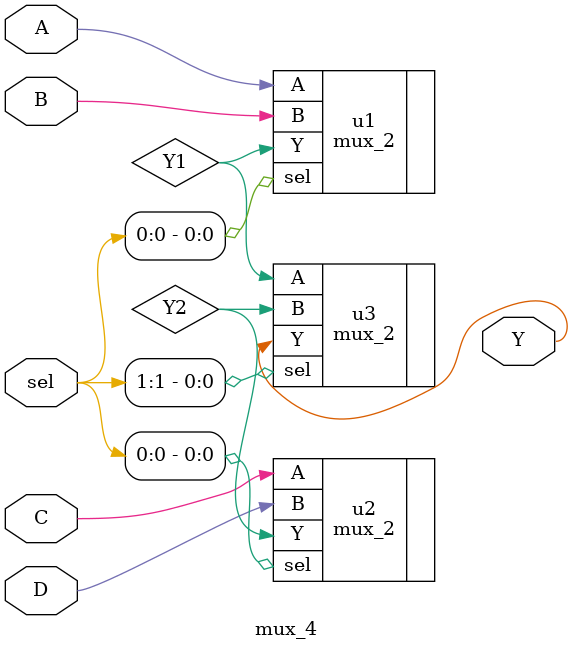
<source format=v>
`timescale 1ns / 1ps


module mux_4(
    output Y,
    input A,B,C,D,
    input [1:0] sel
    );
    
    wire Y1,Y2;
    
    //Two 2-to-1 mux  -  A or B  and  C or D  selector
    mux_2 u1(.A(A),.B(B),.Y(Y1),.sel(sel[0]));
    mux_2 u2(.A(C),.B(D),.Y(Y2),.sel(sel[0]));
    
    //One 2-to-1 mux
    mux_2 u3(.A(Y1),.B(Y2),.Y(Y),.sel(sel[1]));
    
endmodule


</source>
